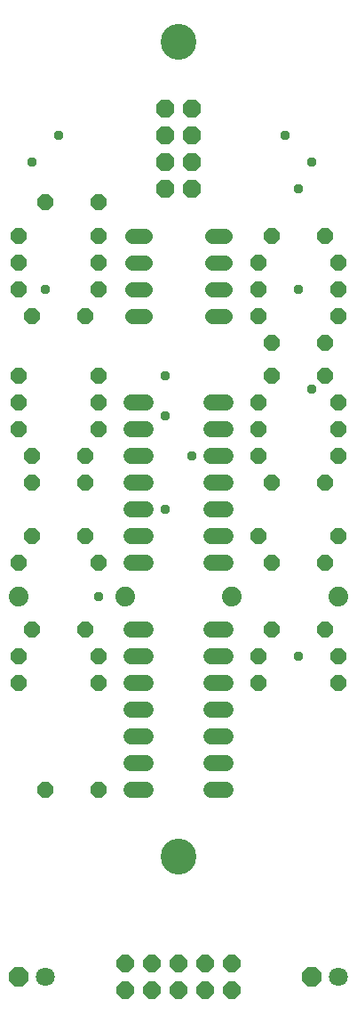
<source format=gbs>
G04 EAGLE Gerber RS-274X export*
G75*
%MOMM*%
%FSLAX34Y34*%
%LPD*%
%INSoldermask Bottom*%
%IPPOS*%
%AMOC8*
5,1,8,0,0,1.08239X$1,22.5*%
G01*
%ADD10C,3.403600*%
%ADD11P,1.951982X8X202.500000*%
%ADD12C,1.803400*%
%ADD13P,1.759533X8X22.500000*%
%ADD14C,1.411200*%
%ADD15P,1.649562X8X202.500000*%
%ADD16P,1.649562X8X22.500000*%
%ADD17C,1.524000*%
%ADD18C,1.879600*%
%ADD19P,1.869504X8X292.500000*%
%ADD20C,0.959600*%


D10*
X177800Y165100D03*
X177800Y939800D03*
D11*
X304800Y50800D03*
D12*
X330200Y50800D03*
D11*
X25400Y50800D03*
D12*
X50800Y50800D03*
D13*
X127000Y38100D03*
X127000Y63500D03*
X152400Y38100D03*
X152400Y63500D03*
X177800Y38100D03*
X177800Y63500D03*
X203200Y38100D03*
X203200Y63500D03*
X228600Y38100D03*
X228600Y63500D03*
D14*
X221940Y679450D02*
X209860Y679450D01*
X209860Y704850D02*
X221940Y704850D01*
X221940Y730250D02*
X209860Y730250D01*
X209860Y755650D02*
X221940Y755650D01*
X145740Y755650D02*
X133660Y755650D01*
X133660Y730250D02*
X145740Y730250D01*
X145740Y704850D02*
X133660Y704850D01*
X133660Y679450D02*
X145740Y679450D01*
D15*
X101600Y228600D03*
X50800Y228600D03*
D16*
X266700Y381000D03*
X317500Y381000D03*
D15*
X88900Y381000D03*
X38100Y381000D03*
D16*
X254000Y355600D03*
X330200Y355600D03*
X25400Y355600D03*
X101600Y355600D03*
X254000Y730250D03*
X330200Y730250D03*
X254000Y704850D03*
X330200Y704850D03*
X266700Y654050D03*
X317500Y654050D03*
D15*
X330200Y679450D03*
X254000Y679450D03*
D16*
X25400Y704850D03*
X101600Y704850D03*
X50800Y787400D03*
X101600Y787400D03*
D15*
X101600Y730250D03*
X25400Y730250D03*
X101600Y755650D03*
X25400Y755650D03*
D17*
X209296Y444500D02*
X222504Y444500D01*
X222504Y469900D02*
X209296Y469900D01*
X209296Y596900D02*
X222504Y596900D01*
X146304Y596900D02*
X133096Y596900D01*
X209296Y495300D02*
X222504Y495300D01*
X222504Y520700D02*
X209296Y520700D01*
X209296Y571500D02*
X222504Y571500D01*
X222504Y546100D02*
X209296Y546100D01*
X146304Y571500D02*
X133096Y571500D01*
X133096Y546100D02*
X146304Y546100D01*
X146304Y520700D02*
X133096Y520700D01*
X133096Y495300D02*
X146304Y495300D01*
X146304Y469900D02*
X133096Y469900D01*
X133096Y444500D02*
X146304Y444500D01*
D16*
X254000Y469900D03*
X330200Y469900D03*
X266700Y444500D03*
X317500Y444500D03*
D15*
X330200Y546100D03*
X254000Y546100D03*
D16*
X254000Y571500D03*
X330200Y571500D03*
X266700Y622300D03*
X317500Y622300D03*
X254000Y596900D03*
X330200Y596900D03*
D15*
X330200Y330200D03*
X254000Y330200D03*
D18*
X330200Y412750D03*
X228600Y412750D03*
D15*
X101600Y571500D03*
X25400Y571500D03*
X88900Y546100D03*
X38100Y546100D03*
D16*
X38100Y469900D03*
X88900Y469900D03*
X25400Y444500D03*
X101600Y444500D03*
D15*
X101600Y596900D03*
X25400Y596900D03*
D16*
X25400Y622300D03*
X101600Y622300D03*
X25400Y330200D03*
X101600Y330200D03*
D18*
X25400Y412750D03*
X127000Y412750D03*
D16*
X266700Y755650D03*
X317500Y755650D03*
D15*
X88900Y520700D03*
X38100Y520700D03*
X88900Y679450D03*
X38100Y679450D03*
D16*
X266700Y520700D03*
X317500Y520700D03*
D19*
X165100Y876300D03*
X190500Y876300D03*
X165100Y850900D03*
X190500Y850900D03*
X165100Y825500D03*
X190500Y825500D03*
X165100Y800100D03*
X190500Y800100D03*
D17*
X209296Y228600D02*
X222504Y228600D01*
X222504Y254000D02*
X209296Y254000D01*
X209296Y279400D02*
X222504Y279400D01*
X222504Y304800D02*
X209296Y304800D01*
X209296Y330200D02*
X222504Y330200D01*
X222504Y355600D02*
X209296Y355600D01*
X209296Y381000D02*
X222504Y381000D01*
X146304Y381000D02*
X133096Y381000D01*
X133096Y355600D02*
X146304Y355600D01*
X146304Y330200D02*
X133096Y330200D01*
X133096Y304800D02*
X146304Y304800D01*
X146304Y279400D02*
X133096Y279400D01*
X133096Y254000D02*
X146304Y254000D01*
X146304Y228600D02*
X133096Y228600D01*
D20*
X190500Y546100D03*
X165100Y622300D03*
X165100Y584200D03*
X165100Y495300D03*
X304800Y825500D03*
X292100Y355600D03*
X63500Y850900D03*
X101600Y412750D03*
X292100Y800100D03*
X292100Y704850D03*
X38100Y825500D03*
X50800Y704850D03*
X304800Y609600D03*
X279400Y850900D03*
M02*

</source>
